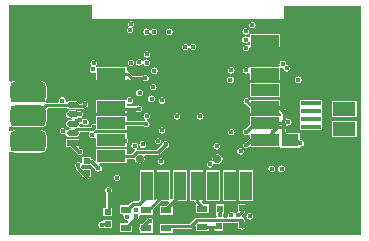
<source format=gbl>
G04*
G04 #@! TF.GenerationSoftware,Altium Limited,Altium Designer,18.0.9 (584)*
G04*
G04 Layer_Physical_Order=4*
G04 Layer_Color=16711680*
%FSLAX44Y44*%
%MOMM*%
G71*
G01*
G75*
%ADD15C,0.1500*%
G04:AMPARAMS|DCode=46|XSize=0.32mm|YSize=0.36mm|CornerRadius=0.08mm|HoleSize=0mm|Usage=FLASHONLY|Rotation=0.000|XOffset=0mm|YOffset=0mm|HoleType=Round|Shape=RoundedRectangle|*
%AMROUNDEDRECTD46*
21,1,0.3200,0.2000,0,0,0.0*
21,1,0.1600,0.3600,0,0,0.0*
1,1,0.1600,0.0800,-0.1000*
1,1,0.1600,-0.0800,-0.1000*
1,1,0.1600,-0.0800,0.1000*
1,1,0.1600,0.0800,0.1000*
%
%ADD46ROUNDEDRECTD46*%
%ADD59R,0.6096X0.5080*%
%ADD60R,0.5080X0.6096*%
%ADD67C,0.2540*%
G04:AMPARAMS|DCode=68|XSize=0.7mm|YSize=0.7mm|CornerRadius=0.35mm|HoleSize=0mm|Usage=FLASHONLY|Rotation=90.000|XOffset=0mm|YOffset=0mm|HoleType=Round|Shape=RoundedRectangle|*
%AMROUNDEDRECTD68*
21,1,0.7000,0.0000,0,0,90.0*
21,1,0.0000,0.7000,0,0,90.0*
1,1,0.7000,0.0000,0.0000*
1,1,0.7000,0.0000,0.0000*
1,1,0.7000,0.0000,0.0000*
1,1,0.7000,0.0000,0.0000*
%
%ADD68ROUNDEDRECTD68*%
%ADD69C,0.4000*%
G04:AMPARAMS|DCode=70|XSize=3.048mm|YSize=1.778mm|CornerRadius=0.4445mm|HoleSize=0mm|Usage=FLASHONLY|Rotation=0.000|XOffset=0mm|YOffset=0mm|HoleType=Round|Shape=RoundedRectangle|*
%AMROUNDEDRECTD70*
21,1,3.0480,0.8890,0,0,0.0*
21,1,2.1590,1.7780,0,0,0.0*
1,1,0.8890,1.0795,-0.4445*
1,1,0.8890,-1.0795,-0.4445*
1,1,0.8890,-1.0795,0.4445*
1,1,0.8890,1.0795,0.4445*
%
%ADD70ROUNDEDRECTD70*%
%ADD71C,0.7600*%
%ADD72C,1.5240*%
%ADD73C,6.0000*%
%ADD74R,1.7018X0.4572*%
%ADD75R,2.1082X1.4986*%
%ADD76R,1.9050X2.3876*%
%ADD77R,1.9050X1.1938*%
%ADD78R,1.0000X2.4500*%
%ADD79R,2.4500X1.0000*%
%ADD80R,0.9144X0.6096*%
%ADD81R,1.4000X1.1000*%
%ADD82R,1.5000X1.0000*%
%ADD83R,1.0000X0.5000*%
G04:AMPARAMS|DCode=84|XSize=0.5mm|YSize=1mm|CornerRadius=0.25mm|HoleSize=0mm|Usage=FLASHONLY|Rotation=270.000|XOffset=0mm|YOffset=0mm|HoleType=Round|Shape=RoundedRectangle|*
%AMROUNDEDRECTD84*
21,1,0.5000,0.5000,0,0,270.0*
21,1,0.0000,1.0000,0,0,270.0*
1,1,0.5000,-0.2500,0.0000*
1,1,0.5000,-0.2500,0.0000*
1,1,0.5000,0.2500,0.0000*
1,1,0.5000,0.2500,0.0000*
%
%ADD84ROUNDEDRECTD84*%
%ADD85R,1.5000X1.2000*%
G36*
X178134Y594500D02*
X178534Y593534D01*
X179500Y593134D01*
X339750D01*
X340716Y593534D01*
X341116Y594500D01*
Y603821D01*
X405634D01*
Y409866D01*
X108366D01*
Y480244D01*
X108444Y480315D01*
X109636Y480807D01*
X110172Y480448D01*
X110678Y480348D01*
X111123Y480050D01*
X113155Y479646D01*
X134745D01*
X136777Y480050D01*
X137222Y480348D01*
X137728Y480448D01*
X138641Y481059D01*
X139252Y481972D01*
X139352Y482478D01*
X139650Y482923D01*
X140054Y484955D01*
Y493845D01*
X139650Y495877D01*
X139352Y496322D01*
X139252Y496828D01*
X138641Y497741D01*
X137728Y498352D01*
X137222Y498452D01*
X136777Y498750D01*
X134745Y499154D01*
X113155D01*
X111123Y498750D01*
X110678Y498452D01*
X110172Y498352D01*
X109636Y497993D01*
X108444Y498485D01*
X108366Y498556D01*
Y501744D01*
X108444Y501815D01*
X109636Y502307D01*
X110172Y501948D01*
X110678Y501848D01*
X111123Y501550D01*
X113155Y501146D01*
X134745D01*
X136777Y501550D01*
X137222Y501848D01*
X137728Y501948D01*
X138641Y502559D01*
X139252Y503472D01*
X139352Y503978D01*
X139650Y504423D01*
X140054Y506455D01*
Y515345D01*
X139785Y516696D01*
X140745Y517816D01*
X157169D01*
X158125Y517177D01*
X159398Y516924D01*
X164398D01*
X165671Y517177D01*
X165673Y517178D01*
X170750D01*
X170750Y517178D01*
X171543Y517336D01*
X172215Y517785D01*
X172392Y517962D01*
X173328Y518148D01*
X174241Y518759D01*
X174852Y519672D01*
X175066Y520750D01*
X174852Y521828D01*
X174241Y522741D01*
X173328Y523352D01*
X172250Y523566D01*
X171172Y523352D01*
X170259Y522741D01*
X169648Y521828D01*
X169548Y521322D01*
X167511D01*
X167471Y521522D01*
X166750Y522601D01*
X165671Y523322D01*
X164398Y523576D01*
X159398D01*
X158125Y523322D01*
X157326Y522788D01*
X156914Y522847D01*
X155896Y523920D01*
X155682Y524998D01*
X155071Y525911D01*
X154158Y526522D01*
X153080Y526736D01*
X152002Y526522D01*
X151089Y525911D01*
X150478Y524998D01*
X150264Y523920D01*
X150401Y523230D01*
X149657Y521960D01*
X139519D01*
X139061Y522505D01*
X138790Y523156D01*
X139002Y523472D01*
X139102Y523978D01*
X139400Y524423D01*
X139804Y526455D01*
Y535345D01*
X139400Y537377D01*
X139102Y537822D01*
X139002Y538328D01*
X138391Y539241D01*
X137478Y539852D01*
X136972Y539953D01*
X136527Y540250D01*
X134495Y540654D01*
X112905D01*
X110873Y540250D01*
X110428Y539952D01*
X109922Y539852D01*
X109636Y539660D01*
X108366Y540339D01*
Y604446D01*
X178134D01*
Y594500D01*
D02*
G37*
%LPC*%
G36*
X314000Y590566D02*
X312922Y590352D01*
X312009Y589741D01*
X311398Y588828D01*
X311184Y587750D01*
X311398Y586672D01*
X312009Y585759D01*
X312922Y585148D01*
X314000Y584934D01*
X315078Y585148D01*
X315991Y585759D01*
X316602Y586672D01*
X316816Y587750D01*
X316602Y588828D01*
X315991Y589741D01*
X315078Y590352D01*
X314000Y590566D01*
D02*
G37*
G36*
X230750Y585066D02*
X229672Y584852D01*
X228759Y584241D01*
X228337Y583610D01*
X228039Y583531D01*
X227317Y583520D01*
X226926Y583610D01*
X226528Y584205D01*
X225614Y584815D01*
X224537Y585029D01*
X223459Y584815D01*
X222545Y584205D01*
X221935Y583291D01*
X221721Y582213D01*
X221935Y581136D01*
X222545Y580222D01*
X223459Y579612D01*
X224537Y579397D01*
X225614Y579612D01*
X226528Y580222D01*
X226950Y580854D01*
X227248Y580933D01*
X227970Y580944D01*
X228361Y580854D01*
X228759Y580259D01*
X229672Y579648D01*
X230750Y579434D01*
X231828Y579648D01*
X232741Y580259D01*
X233352Y581172D01*
X233566Y582250D01*
X233352Y583328D01*
X232741Y584241D01*
X231828Y584852D01*
X230750Y585066D01*
D02*
G37*
G36*
X211250Y591566D02*
X210172Y591352D01*
X209259Y590741D01*
X208648Y589828D01*
X208434Y588750D01*
X208648Y587672D01*
X208961Y587205D01*
X209198Y586637D01*
X208689Y585612D01*
X208509Y585491D01*
X207898Y584578D01*
X207684Y583500D01*
X207898Y582422D01*
X208509Y581509D01*
X209422Y580898D01*
X210500Y580684D01*
X211578Y580898D01*
X212491Y581509D01*
X213102Y582422D01*
X213316Y583500D01*
X213102Y584578D01*
X212789Y585046D01*
X212552Y585613D01*
X213061Y586638D01*
X213241Y586759D01*
X213852Y587672D01*
X214066Y588750D01*
X213852Y589828D01*
X213241Y590741D01*
X212328Y591352D01*
X211250Y591566D01*
D02*
G37*
G36*
X243750Y585066D02*
X242672Y584852D01*
X241759Y584241D01*
X241148Y583328D01*
X240934Y582250D01*
X241148Y581172D01*
X241759Y580259D01*
X242672Y579648D01*
X243750Y579434D01*
X244828Y579648D01*
X245741Y580259D01*
X246352Y581172D01*
X246566Y582250D01*
X246352Y583328D01*
X245741Y584241D01*
X244828Y584852D01*
X243750Y585066D01*
D02*
G37*
G36*
X308428Y585388D02*
X307350Y585174D01*
X306437Y584563D01*
X305826Y583650D01*
X305612Y582572D01*
X305826Y581494D01*
X306437Y580581D01*
X307350Y579970D01*
X308428Y579756D01*
X309506Y579970D01*
X310239Y580460D01*
X310419Y580581D01*
X310621Y580637D01*
X311738Y579874D01*
X311738Y579310D01*
Y577588D01*
X310468Y577203D01*
X310256Y577519D01*
X309343Y578130D01*
X308265Y578344D01*
X307187Y578130D01*
X306274Y577519D01*
X305663Y576606D01*
X305449Y575528D01*
X305663Y574450D01*
X306274Y573537D01*
X307187Y572926D01*
X308265Y572712D01*
X309343Y572926D01*
X310256Y573537D01*
X310468Y573853D01*
X311738Y573468D01*
Y571236D01*
X311428Y571005D01*
X310468Y570674D01*
X309828Y571102D01*
X308750Y571316D01*
X307672Y571102D01*
X306759Y570491D01*
X306148Y569578D01*
X305934Y568500D01*
X306148Y567422D01*
X306759Y566509D01*
X307672Y565898D01*
X308750Y565684D01*
X309828Y565898D01*
X310741Y566509D01*
X311352Y567422D01*
X311436Y567843D01*
X311614Y568520D01*
X312764Y568988D01*
X337762D01*
Y580512D01*
X312946D01*
X312075Y580512D01*
X311867Y580550D01*
X311041Y581468D01*
X311040Y581471D01*
X311107Y581881D01*
X311030Y581494D01*
X311040Y581471D01*
X311030Y581494D01*
X311132Y582008D01*
X311244Y582572D01*
X311030Y583650D01*
X310419Y584563D01*
X309506Y585174D01*
X308428Y585388D01*
D02*
G37*
G36*
X263750Y572316D02*
X262672Y572102D01*
X261759Y571491D01*
X261148Y570578D01*
X261123Y570449D01*
X260060Y570348D01*
X259815Y570383D01*
X259241Y571241D01*
X258328Y571852D01*
X257250Y572066D01*
X256172Y571852D01*
X255259Y571241D01*
X254648Y570328D01*
X254434Y569250D01*
X254648Y568172D01*
X255259Y567259D01*
X256172Y566648D01*
X257250Y566434D01*
X258328Y566648D01*
X259241Y567259D01*
X259852Y568172D01*
X259877Y568301D01*
X260940Y568402D01*
X261185Y568367D01*
X261759Y567509D01*
X262672Y566898D01*
X263750Y566684D01*
X264828Y566898D01*
X265741Y567509D01*
X266352Y568422D01*
X266566Y569500D01*
X266352Y570578D01*
X265741Y571491D01*
X264828Y572102D01*
X263750Y572316D01*
D02*
G37*
G36*
X224750Y565816D02*
X223672Y565602D01*
X222759Y564991D01*
X222148Y564078D01*
X221934Y563000D01*
X222148Y561922D01*
X222759Y561009D01*
X223672Y560398D01*
X224750Y560184D01*
X225828Y560398D01*
X226741Y561009D01*
X227352Y561922D01*
X227566Y563000D01*
X227352Y564078D01*
X226741Y564991D01*
X225828Y565602D01*
X224750Y565816D01*
D02*
G37*
G36*
X218250Y559066D02*
X217172Y558852D01*
X216259Y558241D01*
X215648Y557328D01*
X215434Y556250D01*
X215648Y555172D01*
X216259Y554259D01*
X217172Y553648D01*
X218250Y553434D01*
X219328Y553648D01*
X220241Y554259D01*
X220622Y554828D01*
X221300Y554878D01*
X221872Y554818D01*
X221997Y554774D01*
X222509Y554009D01*
X223422Y553398D01*
X224500Y553184D01*
X225578Y553398D01*
X226491Y554009D01*
X227102Y554922D01*
X227316Y556000D01*
X227102Y557078D01*
X226491Y557991D01*
X225578Y558602D01*
X224500Y558816D01*
X223422Y558602D01*
X222509Y557991D01*
X222128Y557421D01*
X221450Y557372D01*
X220878Y557432D01*
X220753Y557476D01*
X220241Y558241D01*
X219328Y558852D01*
X218250Y559066D01*
D02*
G37*
G36*
X211250Y558816D02*
X210172Y558602D01*
X209259Y557991D01*
X208648Y557078D01*
X208434Y556000D01*
X208648Y554922D01*
X209259Y554009D01*
X210172Y553398D01*
X211250Y553184D01*
X212328Y553398D01*
X213241Y554009D01*
X213852Y554922D01*
X214066Y556000D01*
X213852Y557078D01*
X213241Y557991D01*
X212328Y558602D01*
X211250Y558816D01*
D02*
G37*
G36*
X339762Y557802D02*
X338684Y557588D01*
X337771Y556977D01*
X337160Y556064D01*
X336946Y554986D01*
X337160Y553908D01*
X337245Y553782D01*
X336566Y552512D01*
X311738D01*
Y552237D01*
X311428Y552005D01*
X310468Y551674D01*
X309828Y552102D01*
X308750Y552316D01*
X307672Y552102D01*
X306759Y551491D01*
X306148Y550578D01*
X305934Y549500D01*
X306148Y548422D01*
X306759Y547509D01*
X307672Y546898D01*
X308750Y546684D01*
X309828Y546898D01*
X310468Y547326D01*
X311428Y546995D01*
X311738Y546763D01*
Y540988D01*
X337762D01*
Y551473D01*
X338041Y551749D01*
X339032Y552315D01*
X339762Y552170D01*
X340276Y551656D01*
X340201Y551277D01*
X340415Y550199D01*
X341026Y549286D01*
X341939Y548675D01*
X343017Y548461D01*
X344094Y548675D01*
X345008Y549286D01*
X345619Y550199D01*
X345833Y551277D01*
X345619Y552355D01*
X345008Y553268D01*
X344094Y553879D01*
X343017Y554093D01*
X342503Y554607D01*
X342578Y554986D01*
X342364Y556064D01*
X341753Y556977D01*
X340840Y557588D01*
X339762Y557802D01*
D02*
G37*
G36*
X296250Y552316D02*
X295172Y552102D01*
X294259Y551491D01*
X293648Y550578D01*
X293434Y549500D01*
X293648Y548422D01*
X294259Y547509D01*
X295172Y546898D01*
X296250Y546684D01*
X297328Y546898D01*
X298241Y547509D01*
X298852Y548422D01*
X299066Y549500D01*
X298852Y550578D01*
X298241Y551491D01*
X297328Y552102D01*
X296250Y552316D01*
D02*
G37*
G36*
X231000Y552066D02*
X229922Y551852D01*
X229009Y551241D01*
X228398Y550328D01*
X228184Y549250D01*
X228398Y548172D01*
X229009Y547259D01*
X229922Y546648D01*
X231000Y546434D01*
X232078Y546648D01*
X232991Y547259D01*
X233602Y548172D01*
X233816Y549250D01*
X233602Y550328D01*
X232991Y551241D01*
X232078Y551852D01*
X231000Y552066D01*
D02*
G37*
G36*
X179729Y558623D02*
X178651Y558409D01*
X177738Y557798D01*
X177127Y556885D01*
X176913Y555807D01*
X177127Y554729D01*
X177652Y553945D01*
X177732Y553776D01*
X177533Y552425D01*
X177259Y552241D01*
X176648Y551328D01*
X176434Y550250D01*
X176648Y549172D01*
X177259Y548259D01*
X178172Y547648D01*
X179250Y547434D01*
X180328Y547648D01*
X180468Y547742D01*
X181738Y547063D01*
Y540988D01*
X207762D01*
Y542649D01*
X208935Y543135D01*
X210508Y541562D01*
X210508Y541562D01*
X211181Y541112D01*
X211973Y540955D01*
X211974Y540955D01*
X221640D01*
X222433Y540425D01*
X223511Y540210D01*
X224589Y540425D01*
X225502Y541035D01*
X226113Y541949D01*
X226327Y543027D01*
X226113Y544104D01*
X225502Y545018D01*
X224589Y545628D01*
X223511Y545843D01*
X222433Y545628D01*
X221640Y545098D01*
X212832D01*
X209715Y548215D01*
X209043Y548664D01*
X208250Y548822D01*
X207762Y549907D01*
Y552512D01*
X182055D01*
X181558Y553707D01*
X181720Y553816D01*
X182331Y554729D01*
X182545Y555807D01*
X182331Y556885D01*
X181720Y557798D01*
X180807Y558409D01*
X179729Y558623D01*
D02*
G37*
G36*
X353017Y544342D02*
X351940Y544128D01*
X351026Y543518D01*
X350415Y542604D01*
X350201Y541526D01*
X350415Y540449D01*
X351026Y539535D01*
X351940Y538925D01*
X353017Y538710D01*
X354095Y538925D01*
X355009Y539535D01*
X355619Y540449D01*
X355833Y541526D01*
X355619Y542604D01*
X355009Y543518D01*
X354095Y544128D01*
X353017Y544342D01*
D02*
G37*
G36*
X295500Y544252D02*
X294422Y544038D01*
X293509Y543427D01*
X292898Y542514D01*
X292684Y541436D01*
X292898Y540358D01*
X293509Y539445D01*
X294422Y538834D01*
X295500Y538620D01*
X296578Y538834D01*
X297491Y539445D01*
X298102Y540358D01*
X298316Y541436D01*
X298102Y542514D01*
X297491Y543427D01*
X296578Y544038D01*
X295500Y544252D01*
D02*
G37*
G36*
X230261Y538092D02*
X229184Y537878D01*
X228270Y537267D01*
X227659Y536354D01*
X227445Y535276D01*
X227659Y534198D01*
X228270Y533285D01*
X229184Y532674D01*
X230261Y532460D01*
X231339Y532674D01*
X232253Y533285D01*
X232863Y534198D01*
X233077Y535276D01*
X232863Y536354D01*
X232253Y537267D01*
X231339Y537878D01*
X230261Y538092D01*
D02*
G37*
G36*
X218500Y533316D02*
X217422Y533102D01*
X216509Y532491D01*
X215898Y531578D01*
X215684Y530500D01*
X215898Y529422D01*
X216509Y528509D01*
X217422Y527898D01*
X218500Y527684D01*
X219578Y527898D01*
X220491Y528509D01*
X221102Y529422D01*
X221316Y530500D01*
X221102Y531578D01*
X220491Y532491D01*
X219578Y533102D01*
X218500Y533316D01*
D02*
G37*
G36*
X337762Y538512D02*
X311738D01*
Y526988D01*
X337762D01*
Y538512D01*
D02*
G37*
G36*
X228702Y528380D02*
X227624Y528166D01*
X226710Y527555D01*
X226100Y526642D01*
X225886Y525564D01*
X226100Y524486D01*
X226710Y523573D01*
X227624Y522962D01*
X228702Y522748D01*
X229779Y522962D01*
X230693Y523573D01*
X231303Y524486D01*
X231518Y525564D01*
X231303Y526642D01*
X230693Y527555D01*
X229779Y528166D01*
X228702Y528380D01*
D02*
G37*
G36*
X237500Y526816D02*
X236422Y526602D01*
X235509Y525991D01*
X234898Y525078D01*
X234684Y524000D01*
X234898Y522922D01*
X235509Y522009D01*
X236422Y521398D01*
X237500Y521184D01*
X238578Y521398D01*
X239491Y522009D01*
X240102Y522922D01*
X240316Y524000D01*
X240102Y525078D01*
X239491Y525991D01*
X238578Y526602D01*
X237500Y526816D01*
D02*
G37*
G36*
X210250D02*
X209172Y526602D01*
X208259Y525991D01*
X207648Y525078D01*
X207536Y524512D01*
X181738D01*
Y512988D01*
X207762D01*
Y514928D01*
X215879D01*
X216672Y514398D01*
X217750Y514184D01*
X218828Y514398D01*
X219741Y515009D01*
X220352Y515922D01*
X220566Y517000D01*
X220352Y518078D01*
X219741Y518991D01*
X218828Y519602D01*
X217750Y519816D01*
X216672Y519602D01*
X215879Y519072D01*
X207762D01*
Y520813D01*
X209032Y521492D01*
X209172Y521398D01*
X210250Y521184D01*
X211328Y521398D01*
X212241Y522009D01*
X212852Y522922D01*
X213066Y524000D01*
X212852Y525078D01*
X212241Y525991D01*
X211328Y526602D01*
X210250Y526816D01*
D02*
G37*
G36*
X402287Y523488D02*
X381713D01*
Y510026D01*
X402287D01*
Y523488D01*
D02*
G37*
G36*
X270000Y513316D02*
X268922Y513102D01*
X268009Y512491D01*
X267398Y511578D01*
X267184Y510500D01*
X267398Y509422D01*
X268009Y508509D01*
X268922Y507898D01*
X270000Y507684D01*
X271078Y507898D01*
X271991Y508509D01*
X272602Y509422D01*
X272816Y510500D01*
X272602Y511578D01*
X271991Y512491D01*
X271078Y513102D01*
X270000Y513316D01*
D02*
G37*
G36*
X250250Y513316D02*
X249172Y513102D01*
X248259Y512491D01*
X247648Y511578D01*
X247434Y510500D01*
X247648Y509422D01*
X248259Y508509D01*
X249172Y507898D01*
X250250Y507684D01*
X251328Y507898D01*
X252241Y508509D01*
X252852Y509422D01*
X253066Y510500D01*
X252852Y511578D01*
X252241Y512491D01*
X251328Y513102D01*
X250250Y513316D01*
D02*
G37*
G36*
X309250Y526066D02*
X308172Y525852D01*
X307259Y525241D01*
X306648Y524328D01*
X306434Y523250D01*
X306648Y522172D01*
X307259Y521259D01*
X308172Y520648D01*
X309108Y520462D01*
X311738Y517832D01*
Y512988D01*
X337762D01*
X338378Y511973D01*
Y511527D01*
X337762Y510512D01*
X311738D01*
Y503418D01*
X308608Y500288D01*
X307672Y500102D01*
X306759Y499491D01*
X306148Y498578D01*
X305934Y497500D01*
X306148Y496422D01*
X306759Y495509D01*
X307672Y494898D01*
X308750Y494684D01*
X309828Y494898D01*
X310468Y495326D01*
X311428Y494995D01*
X311738Y494763D01*
Y492168D01*
X308608Y489038D01*
X307672Y488852D01*
X306759Y488241D01*
X306148Y487328D01*
X305934Y486250D01*
X306148Y485172D01*
X306759Y484259D01*
X307672Y483648D01*
X308750Y483434D01*
X309828Y483648D01*
X310741Y484259D01*
X310759Y484285D01*
X311738Y484988D01*
X337762D01*
X338488Y484019D01*
Y483988D01*
X354012D01*
Y484328D01*
X354750Y484934D01*
X355828Y485148D01*
X356741Y485759D01*
X357352Y486672D01*
X357566Y487750D01*
X357352Y488828D01*
X356741Y489741D01*
X355828Y490352D01*
X354750Y490566D01*
X354012Y491172D01*
Y496512D01*
X342918D01*
X342383Y497048D01*
X342364Y497141D01*
X342290Y497252D01*
Y499066D01*
X342376Y499124D01*
X342721Y499641D01*
X342842Y500250D01*
Y502126D01*
X342900Y502236D01*
X343077Y502426D01*
X343969Y503098D01*
X344482Y502996D01*
X345560Y503210D01*
X346473Y503821D01*
X347084Y504734D01*
X347298Y505812D01*
X347084Y506890D01*
X346473Y507803D01*
X345560Y508414D01*
X344482Y508628D01*
X343792Y508491D01*
X342522Y509235D01*
Y512592D01*
X342721Y512891D01*
X342842Y513500D01*
Y515500D01*
X342721Y516110D01*
X342376Y516626D01*
X341859Y516972D01*
X341250Y517093D01*
X340787D01*
X337762Y520118D01*
Y524512D01*
X311738D01*
X311738Y524512D01*
Y524512D01*
X311429Y524966D01*
X311241Y525241D01*
X310935Y525446D01*
X310328Y525852D01*
X309250Y526066D01*
D02*
G37*
G36*
X164398Y515576D02*
X159398D01*
X158125Y515322D01*
X157046Y514601D01*
X156326Y513522D01*
X156072Y512250D01*
X156326Y510977D01*
X157046Y509898D01*
X158125Y509177D01*
X159398Y508924D01*
X160403D01*
X161082Y507654D01*
X161030Y507576D01*
X159398D01*
X158125Y507322D01*
X157046Y506601D01*
X156326Y505522D01*
X156072Y504250D01*
X156326Y502977D01*
X157046Y501898D01*
X158125Y501177D01*
X159398Y500924D01*
X160540D01*
X161219Y499654D01*
X161166Y499576D01*
X159398D01*
X158125Y499322D01*
X157540Y498931D01*
X156372Y499203D01*
X156192Y499298D01*
X156095Y499377D01*
X155571Y500162D01*
X154658Y500772D01*
X153580Y500986D01*
X152502Y500772D01*
X151589Y500162D01*
X150978Y499248D01*
X150764Y498170D01*
X150978Y497093D01*
X151589Y496179D01*
X152502Y495569D01*
X153580Y495354D01*
X154658Y495569D01*
X154883Y495719D01*
X156292Y495145D01*
X156325Y494977D01*
X157046Y493898D01*
X158125Y493177D01*
X159398Y492924D01*
X164398D01*
X165671Y493177D01*
X166750Y493898D01*
X167470Y494977D01*
X167724Y496250D01*
X167685Y496446D01*
X168490Y497428D01*
X175440D01*
X176119Y496158D01*
X175898Y495828D01*
X175684Y494750D01*
X175898Y493672D01*
X176509Y492759D01*
X177422Y492148D01*
X178500Y491934D01*
X179578Y492148D01*
X180491Y492759D01*
X181738Y492339D01*
Y484988D01*
X207762D01*
Y487688D01*
X208241Y488009D01*
X208852Y488922D01*
X209066Y490000D01*
X208852Y491078D01*
X208241Y491991D01*
X207762Y492312D01*
Y496512D01*
X182162D01*
X181738Y496512D01*
X180536Y496675D01*
X180491Y496741D01*
X180093Y497007D01*
X180033Y497093D01*
X179845Y498406D01*
X179880Y498546D01*
X180816Y498732D01*
X181738Y498988D01*
X181738Y498988D01*
Y498988D01*
X181738Y498988D01*
X207762D01*
Y502678D01*
X221811D01*
X222259Y502009D01*
X223172Y501398D01*
X224250Y501184D01*
X225328Y501398D01*
X226241Y502009D01*
X226852Y502922D01*
X227066Y504000D01*
X226852Y505078D01*
X226241Y505991D01*
X225328Y506602D01*
X224820Y506703D01*
Y507998D01*
X225578Y508148D01*
X226491Y508759D01*
X227102Y509672D01*
X227316Y510750D01*
X227102Y511828D01*
X226491Y512741D01*
X225578Y513352D01*
X224500Y513566D01*
X223422Y513352D01*
X222509Y512741D01*
X221898Y511828D01*
X221684Y510750D01*
X221898Y509672D01*
X222509Y508759D01*
X222765Y508587D01*
X222926Y507051D01*
X222660Y506822D01*
X207762D01*
Y510512D01*
X181738D01*
Y504847D01*
X181459Y504571D01*
X180468Y504005D01*
X179738Y504150D01*
X178661Y503936D01*
X177747Y503325D01*
X177136Y502412D01*
X176969Y501572D01*
X168060D01*
X167381Y502842D01*
X167471Y502977D01*
X167724Y504250D01*
X168836Y504673D01*
X168851Y504683D01*
X170148Y504672D01*
X170759Y503759D01*
X171672Y503148D01*
X172750Y502934D01*
X173828Y503148D01*
X174741Y503759D01*
X175352Y504672D01*
X175566Y505750D01*
X175352Y506828D01*
X174741Y507741D01*
X173828Y508352D01*
X172750Y508566D01*
X171672Y508352D01*
X171657Y508341D01*
X170360Y508353D01*
X169825Y509153D01*
X169750Y509266D01*
X169741Y510509D01*
X169822Y510629D01*
X170352Y511422D01*
X170566Y512500D01*
X170352Y513578D01*
X169741Y514491D01*
X168828Y515102D01*
X167750Y515316D01*
X166672Y515102D01*
X166337Y514878D01*
X165671Y515322D01*
X164398Y515576D01*
D02*
G37*
G36*
X373077Y524631D02*
X354535D01*
Y519297D01*
X354535Y518535D01*
X354535Y517265D01*
Y512693D01*
X354535Y511931D01*
X354535Y510661D01*
Y506193D01*
X354535Y505327D01*
X354535Y504057D01*
Y498827D01*
X373077D01*
Y504057D01*
X373077Y504923D01*
X373077Y506193D01*
Y510661D01*
X373077Y511423D01*
X373077Y512693D01*
Y517265D01*
X373077Y518027D01*
X373077Y519297D01*
Y524631D01*
D02*
G37*
G36*
X237500Y501496D02*
X236422Y501282D01*
X235509Y500671D01*
X234898Y499757D01*
X234684Y498680D01*
X234898Y497602D01*
X235509Y496688D01*
X236422Y496078D01*
X237500Y495864D01*
X238578Y496078D01*
X239491Y496688D01*
X240102Y497602D01*
X240316Y498680D01*
X240102Y499757D01*
X239491Y500671D01*
X238578Y501282D01*
X237500Y501496D01*
D02*
G37*
G36*
X296250Y500066D02*
X295172Y499852D01*
X294259Y499241D01*
X293648Y498328D01*
X293434Y497250D01*
X293648Y496172D01*
X294259Y495259D01*
X295172Y494648D01*
X296250Y494434D01*
X297328Y494648D01*
X298241Y495259D01*
X298852Y496172D01*
X299066Y497250D01*
X298852Y498328D01*
X298241Y499241D01*
X297328Y499852D01*
X296250Y500066D01*
D02*
G37*
G36*
X402287Y506731D02*
X381713D01*
Y493269D01*
X402287D01*
Y506731D01*
D02*
G37*
G36*
X234250Y492566D02*
X233172Y492352D01*
X232259Y491741D01*
X231648Y490828D01*
X231434Y489750D01*
X231648Y488672D01*
X232259Y487759D01*
X233172Y487148D01*
X234250Y486934D01*
X235328Y487148D01*
X236241Y487759D01*
X236852Y488672D01*
X237066Y489750D01*
X236852Y490828D01*
X236241Y491741D01*
X235328Y492352D01*
X234250Y492566D01*
D02*
G37*
G36*
X221250Y489566D02*
X220172Y489352D01*
X219259Y488741D01*
X218648Y487828D01*
X218434Y486750D01*
X218648Y485672D01*
X219259Y484759D01*
X220172Y484148D01*
X221250Y483934D01*
X222328Y484148D01*
X223241Y484759D01*
X223852Y485672D01*
X224066Y486750D01*
X223852Y487828D01*
X223241Y488741D01*
X222328Y489352D01*
X221250Y489566D01*
D02*
G37*
G36*
X283750Y488066D02*
X282672Y487852D01*
X281759Y487241D01*
X281148Y486328D01*
X280934Y485250D01*
X281148Y484172D01*
X281759Y483259D01*
X282672Y482648D01*
X283750Y482434D01*
X284828Y482648D01*
X285741Y483259D01*
X286352Y484172D01*
X286566Y485250D01*
X286352Y486328D01*
X285741Y487241D01*
X284828Y487852D01*
X283750Y488066D01*
D02*
G37*
G36*
X240500Y489566D02*
X239422Y489352D01*
X238509Y488741D01*
X237898Y487828D01*
X237712Y486892D01*
X233174Y482354D01*
X216650D01*
X216265Y483624D01*
X216502Y483782D01*
X217112Y484696D01*
X217327Y485774D01*
X217112Y486851D01*
X216502Y487765D01*
X215588Y488376D01*
X214510Y488590D01*
X213433Y488376D01*
X212519Y487765D01*
X211909Y486851D01*
X211694Y485774D01*
X211909Y484696D01*
X212519Y483782D01*
X213433Y483172D01*
X214324Y482995D01*
X214627Y482354D01*
X214711Y481914D01*
X214716Y481720D01*
X211818Y478822D01*
X207762D01*
Y482512D01*
X181738D01*
Y473101D01*
X180565Y472615D01*
X178885Y474295D01*
X178213Y474744D01*
X177810Y474824D01*
Y476132D01*
X170190D01*
Y471394D01*
X168920Y471009D01*
X168749Y471264D01*
X167836Y471875D01*
X166758Y472089D01*
X165681Y471875D01*
X164767Y471264D01*
X164156Y470351D01*
X163942Y469273D01*
X164156Y468195D01*
X164686Y467402D01*
Y466742D01*
X164686Y466742D01*
X164844Y465949D01*
X165293Y465277D01*
X170190Y460380D01*
Y459448D01*
X171122D01*
X172535Y458035D01*
X172535Y458035D01*
X173207Y457586D01*
X174000Y457428D01*
X174793Y457586D01*
X175465Y458035D01*
X175914Y458707D01*
X176062Y459448D01*
X177810D01*
Y466052D01*
X170378D01*
X168909Y467521D01*
X169360Y468195D01*
X169435Y468571D01*
X170069Y469374D01*
X170818Y469528D01*
X177792D01*
X180962Y466358D01*
X181148Y465422D01*
X181759Y464509D01*
X182672Y463898D01*
X183750Y463684D01*
X184828Y463898D01*
X185741Y464509D01*
X186352Y465422D01*
X186566Y466500D01*
X186352Y467578D01*
X185741Y468491D01*
X184828Y469102D01*
X184397Y469187D01*
X184065Y469718D01*
X184769Y470988D01*
X207762D01*
Y474678D01*
X212676D01*
X212676Y474678D01*
X212955Y474734D01*
X214163Y474064D01*
X214327Y473882D01*
X214485Y473087D01*
X215427Y471678D01*
X216837Y470736D01*
X218500Y470405D01*
X220163Y470736D01*
X221573Y471678D01*
X222515Y473087D01*
X222845Y474750D01*
X222515Y476413D01*
X222162Y476940D01*
X222841Y478210D01*
X234032D01*
X234032Y478210D01*
X234825Y478368D01*
X235497Y478817D01*
X240642Y483962D01*
X241578Y484148D01*
X242491Y484759D01*
X243102Y485672D01*
X243316Y486750D01*
X243102Y487828D01*
X242491Y488741D01*
X241578Y489352D01*
X240500Y489566D01*
D02*
G37*
G36*
X304015Y483840D02*
X302937Y483625D01*
X302024Y483015D01*
X301413Y482101D01*
X301199Y481023D01*
X301413Y479946D01*
X302024Y479032D01*
X302937Y478422D01*
X304015Y478207D01*
X305093Y478422D01*
X306006Y479032D01*
X306617Y479946D01*
X306831Y481023D01*
X306617Y482101D01*
X306006Y483015D01*
X305093Y483625D01*
X304015Y483840D01*
D02*
G37*
G36*
X167660Y491512D02*
X156136D01*
Y484988D01*
X159832D01*
X165649Y479171D01*
X166259Y478259D01*
X167172Y477648D01*
X168250Y477434D01*
X169328Y477648D01*
X170241Y478259D01*
X170852Y479172D01*
X171066Y480250D01*
X170852Y481328D01*
X170241Y482241D01*
X169328Y482852D01*
X168250Y483066D01*
X167719Y482961D01*
X166866Y483814D01*
X167352Y484988D01*
X167660D01*
Y491512D01*
D02*
G37*
G36*
X284500Y478596D02*
X282837Y478265D01*
X281427Y477323D01*
X280485Y475913D01*
X280154Y474250D01*
X280309Y473474D01*
X279760Y472986D01*
X279182Y472631D01*
X278250Y472816D01*
X277172Y472602D01*
X276259Y471991D01*
X275648Y471078D01*
X275434Y470000D01*
X275648Y468922D01*
X276259Y468009D01*
X277172Y467398D01*
X278250Y467184D01*
X279328Y467398D01*
X280241Y468009D01*
X280852Y468922D01*
X281066Y470000D01*
X282234Y470638D01*
X282837Y470235D01*
X284500Y469905D01*
X286163Y470235D01*
X287573Y471177D01*
X288515Y472587D01*
X288845Y474250D01*
X288515Y475913D01*
X287573Y477323D01*
X286163Y478265D01*
X284500Y478596D01*
D02*
G37*
G36*
X236750Y475316D02*
X235672Y475102D01*
X234759Y474491D01*
X234148Y473578D01*
X233934Y472500D01*
X234148Y471422D01*
X234759Y470509D01*
X235672Y469898D01*
X236750Y469684D01*
X237828Y469898D01*
X238741Y470509D01*
X239352Y471422D01*
X239566Y472500D01*
X239352Y473578D01*
X238741Y474491D01*
X237828Y475102D01*
X236750Y475316D01*
D02*
G37*
G36*
X338767Y469089D02*
X337689Y468875D01*
X336775Y468264D01*
X336165Y467350D01*
X335950Y466273D01*
X336165Y465195D01*
X336775Y464282D01*
X337689Y463671D01*
X338767Y463457D01*
X339844Y463671D01*
X340758Y464282D01*
X341368Y465195D01*
X341583Y466273D01*
X341368Y467350D01*
X340758Y468264D01*
X339844Y468875D01*
X338767Y469089D01*
D02*
G37*
G36*
X330516D02*
X329439Y468875D01*
X328525Y468264D01*
X327914Y467350D01*
X327700Y466273D01*
X327914Y465195D01*
X328525Y464282D01*
X329439Y463671D01*
X330516Y463457D01*
X331594Y463671D01*
X332507Y464282D01*
X333118Y465195D01*
X333332Y466273D01*
X333118Y467350D01*
X332507Y468264D01*
X331594Y468875D01*
X330516Y469089D01*
D02*
G37*
G36*
X199500Y461316D02*
X198422Y461102D01*
X197509Y460491D01*
X196898Y459578D01*
X196684Y458500D01*
X196898Y457422D01*
X197509Y456509D01*
X198422Y455898D01*
X199500Y455684D01*
X200578Y455898D01*
X201491Y456509D01*
X202102Y457422D01*
X202316Y458500D01*
X202102Y459578D01*
X201491Y460491D01*
X200578Y461102D01*
X199500Y461316D01*
D02*
G37*
G36*
X258512Y464762D02*
X246988D01*
Y441038D01*
X245782Y439832D01*
X244512Y440358D01*
Y464762D01*
X232988D01*
Y440788D01*
X231782Y439582D01*
X230512Y440108D01*
Y464762D01*
X218988D01*
Y440288D01*
X217272Y438572D01*
X213250D01*
X212457Y438414D01*
X211785Y437965D01*
X211785Y437965D01*
X209000Y435180D01*
X201666D01*
Y427560D01*
X204524D01*
X204818Y427240D01*
X205347Y426290D01*
X205194Y425521D01*
X205408Y424443D01*
X206019Y423530D01*
X206933Y422919D01*
X208010Y422705D01*
X209082Y421623D01*
X209113Y421293D01*
X207880Y420060D01*
X201666D01*
Y412440D01*
X212334D01*
Y418654D01*
X216715Y423035D01*
X216715Y423035D01*
X217164Y423707D01*
X217241Y423759D01*
X217852Y424672D01*
X218066Y425750D01*
X217989Y426139D01*
X218041Y426376D01*
X219100Y427060D01*
X220007Y427060D01*
X229584D01*
Y431524D01*
X236798Y438738D01*
X242892D01*
X243418Y437468D01*
X240880Y434930D01*
X235916D01*
Y427310D01*
X246584D01*
Y434774D01*
X250548Y438738D01*
X258512D01*
Y464762D01*
D02*
G37*
G36*
X314512D02*
X302988D01*
Y438738D01*
X314512D01*
Y464762D01*
D02*
G37*
G36*
X300512D02*
X288988D01*
Y438738D01*
X300512D01*
Y464762D01*
D02*
G37*
G36*
X286512D02*
X274988D01*
Y438738D01*
X286512D01*
Y464762D01*
D02*
G37*
G36*
X308222Y436560D02*
X301618D01*
Y429690D01*
X301172Y429602D01*
X300259Y428991D01*
X299900Y428454D01*
X298695Y428310D01*
X298435Y428374D01*
X298229Y428681D01*
X297316Y429292D01*
X296238Y429506D01*
X295160Y429292D01*
X294247Y428681D01*
X293636Y427768D01*
X293422Y426690D01*
X293559Y426000D01*
X292815Y424730D01*
X289699D01*
X289020Y426000D01*
X289022Y426002D01*
X289236Y427080D01*
X289168Y427420D01*
X289722Y428690D01*
X289722D01*
Y436310D01*
X283118D01*
Y428690D01*
X283118D01*
X283671Y427420D01*
X283604Y427080D01*
X283818Y426002D01*
X283820Y426000D01*
X283141Y424730D01*
X266914D01*
X266122Y424572D01*
X265449Y424123D01*
X265449Y424123D01*
X260978Y419652D01*
X246584D01*
Y419810D01*
X235916D01*
Y412190D01*
X246584D01*
Y415508D01*
X261836D01*
X261836Y415508D01*
X262629Y415666D01*
X263301Y416115D01*
X265243Y418056D01*
X266416Y417570D01*
Y413190D01*
X277084D01*
Y414928D01*
X281865D01*
X282377Y414586D01*
X282618Y414538D01*
Y413690D01*
X289222D01*
Y420586D01*
X301618D01*
Y414940D01*
X304471D01*
X304627Y414836D01*
X305420Y414678D01*
X306213Y414836D01*
X306369Y414940D01*
X308222D01*
Y422560D01*
X307492D01*
Y423068D01*
X307334Y423861D01*
X306885Y424533D01*
X306213Y424982D01*
X305805Y425063D01*
X305269Y425546D01*
X304949Y426410D01*
X305038Y426858D01*
X306385Y428205D01*
X306385Y428205D01*
X306834Y428877D01*
X306847Y428940D01*
X308222D01*
Y436560D01*
D02*
G37*
G36*
X272512Y464762D02*
X260988D01*
Y438738D01*
X264754D01*
X264836Y438327D01*
X265285Y437655D01*
X265925Y437015D01*
X266416Y435930D01*
X266416D01*
X266416Y435930D01*
Y428310D01*
X277084D01*
Y435930D01*
X272870D01*
X271235Y437565D01*
X271721Y438738D01*
X272512D01*
Y464762D01*
D02*
G37*
G36*
X192250Y450816D02*
X191172Y450602D01*
X190259Y449991D01*
X189648Y449078D01*
X189434Y448000D01*
X189648Y446922D01*
X190178Y446129D01*
Y432552D01*
X187940D01*
Y425948D01*
X195560D01*
Y432552D01*
X194322D01*
Y446129D01*
X194852Y446922D01*
X195066Y448000D01*
X194852Y449078D01*
X194241Y449991D01*
X193328Y450602D01*
X192250Y450816D01*
D02*
G37*
G36*
X311750Y428816D02*
X310672Y428602D01*
X309759Y427991D01*
X309148Y427078D01*
X308934Y426000D01*
X309148Y424922D01*
X309759Y424009D01*
X310672Y423398D01*
X311750Y423184D01*
X312828Y423398D01*
X313741Y424009D01*
X314352Y424922D01*
X314566Y426000D01*
X314352Y427078D01*
X313741Y427991D01*
X312828Y428602D01*
X311750Y428816D01*
D02*
G37*
G36*
X187940Y422472D02*
X186670Y421532D01*
X186500Y421566D01*
X185422Y421352D01*
X184509Y420741D01*
X183898Y419828D01*
X183684Y418750D01*
X183898Y417672D01*
X184509Y416759D01*
X185422Y416148D01*
X186500Y415934D01*
X186670Y415968D01*
X187940Y415868D01*
X187940Y415868D01*
X187940Y415868D01*
X195560D01*
Y422472D01*
X187940D01*
Y422472D01*
D02*
G37*
G36*
X227511Y424587D02*
X226433Y424372D01*
X225520Y423762D01*
X225505Y423740D01*
X225228Y423685D01*
X224555Y423236D01*
X220880Y419560D01*
X218916D01*
Y417596D01*
X218595Y417275D01*
X218146Y416603D01*
X217988Y415810D01*
X218146Y415017D01*
X218595Y414345D01*
X218916Y414131D01*
Y411940D01*
X229584D01*
Y419560D01*
X230070Y420629D01*
X230113Y420693D01*
X230327Y421771D01*
X230113Y422848D01*
X229502Y423762D01*
X228589Y424372D01*
X227511Y424587D01*
D02*
G37*
%LPD*%
D15*
X363706Y508275D02*
X363806Y508375D01*
X361268Y508275D02*
X363706D01*
D46*
X346050Y501250D02*
D03*
X340450D02*
D03*
X346050Y514500D02*
D03*
X340450D02*
D03*
D59*
X174000Y472830D02*
D03*
Y462750D02*
D03*
X191750Y419170D02*
D03*
X191750Y429250D02*
D03*
D60*
X286420Y432500D02*
D03*
X296500D02*
D03*
X304920Y432750D02*
D03*
X315000D02*
D03*
X285920Y417500D02*
D03*
X296000D02*
D03*
X304920Y418750D02*
D03*
X315000D02*
D03*
D67*
X331750Y497750D02*
X335250Y501250D01*
X324750Y490750D02*
X331125Y497125D01*
X160500Y487250D02*
X167500Y480250D01*
X353500Y487750D02*
X354750D01*
X340450Y496050D02*
X346250Y490250D01*
X340450Y507550D02*
Y514500D01*
X340250Y507350D02*
X340450Y507550D01*
X340250Y504750D02*
Y507350D01*
X303610Y422658D02*
X304020Y423068D01*
X266914Y422658D02*
X303610D01*
X261836Y417580D02*
X266914Y422658D01*
X340218Y496580D02*
Y501018D01*
X340450Y501250D01*
X340218Y496580D02*
X340450Y496348D01*
Y496050D02*
Y496348D01*
X192250Y430251D02*
Y448000D01*
Y430251D02*
X192500Y430000D01*
X191750Y429250D02*
X192500Y430000D01*
X166758Y466742D02*
X174000Y459500D01*
X166758Y466742D02*
Y469273D01*
X215250Y424500D02*
Y425750D01*
X207000Y416250D02*
X215250Y424500D01*
X226021Y421771D02*
X227511D01*
X220060Y415810D02*
X226021Y421771D01*
X213250Y436500D02*
X218130D01*
X208750Y432000D02*
X213250Y436500D01*
X222000Y430500D02*
X225630D01*
X238750Y443620D01*
X218130Y436500D02*
X224750Y443120D01*
X304020Y423068D02*
X305420D01*
Y416750D02*
Y423068D01*
X302250Y427000D02*
X304920Y429670D01*
X363806Y521583D02*
X363889Y521500D01*
X323000Y461500D02*
X324750Y463250D01*
Y476750D01*
X174000Y459500D02*
Y462750D01*
X346250Y490250D02*
X351000D01*
X353500Y487750D01*
X335250Y501250D02*
X340450D01*
X324750Y504750D02*
X340250D01*
X336200Y518750D02*
X340450Y514500D01*
X324750Y518750D02*
X336200D01*
X340250Y504750D02*
X340450Y504550D01*
Y501250D02*
Y504550D01*
X286420Y427080D02*
Y432750D01*
X241580Y417580D02*
X261836D01*
X304920Y429670D02*
Y432750D01*
X241000Y417000D02*
X241580Y417580D01*
X282670Y417000D02*
X283170Y416500D01*
X271750Y417000D02*
X282670D01*
X161898Y496250D02*
X165148Y499500D01*
X177904D01*
X179738Y501334D01*
X161898Y504250D02*
X164923Y507275D01*
X167758D01*
X211973Y543027D02*
X223511D01*
X208250Y546750D02*
X211973Y543027D01*
X266750Y439120D02*
X271750Y434120D01*
X266750Y439120D02*
Y451750D01*
X241000Y432120D02*
X252750Y443870D01*
Y451750D01*
X238750Y443620D02*
Y451750D01*
X224750Y443120D02*
Y451750D01*
X186920Y419170D02*
X191750D01*
X186500Y418750D02*
X186920Y419170D01*
X174000Y472830D02*
X177420D01*
X183750Y466500D01*
X313250Y490750D02*
X324750D01*
X321250Y559750D02*
X321750Y560250D01*
X194750Y490750D02*
X206250D01*
X194750Y546750D02*
X208250D01*
X194750Y476750D02*
X212676D01*
X216208Y480282D01*
X234032D01*
X240500Y486750D01*
X294750Y449286D02*
Y451750D01*
Y449286D02*
X296264Y447772D01*
X223500Y504750D02*
X224250Y504000D01*
X194750Y504750D02*
X223500D01*
X194750Y518750D02*
X196500Y517000D01*
X217750D01*
X160500Y519250D02*
X170750D01*
X136650Y517250D02*
X139288Y519888D01*
X161537D01*
X161898Y520250D01*
X160500Y511250D02*
X161750Y512500D01*
X167750D01*
X167500Y480250D02*
X168250D01*
X170750Y519250D02*
X172250Y520750D01*
X308750Y486250D02*
X313250Y490750D01*
X308750Y497500D02*
X316000Y504750D01*
X324750D01*
X309250Y523250D02*
X313750Y518750D01*
X324750D01*
D68*
X284500Y474250D02*
D03*
X218500Y474750D02*
D03*
D69*
X136400Y537250D02*
D03*
X130050D02*
D03*
X123700Y537250D02*
D03*
X117350D02*
D03*
X111000Y537250D02*
D03*
X111000Y524550D02*
D03*
X117350Y524550D02*
D03*
X123700Y524550D02*
D03*
X130050D02*
D03*
X136400Y524550D02*
D03*
X136400Y530900D02*
D03*
X130050Y530900D02*
D03*
X111000Y530900D02*
D03*
X117350Y530900D02*
D03*
X111250Y504550D02*
D03*
X117600D02*
D03*
X123950Y504550D02*
D03*
X130300D02*
D03*
X136650Y504550D02*
D03*
X136650Y517250D02*
D03*
X130300Y517250D02*
D03*
X123950Y517250D02*
D03*
X117600D02*
D03*
X111250Y517250D02*
D03*
X111250Y510900D02*
D03*
X117600Y510900D02*
D03*
X136650Y510900D02*
D03*
X130300D02*
D03*
X111250Y483050D02*
D03*
X117600D02*
D03*
X123950Y483050D02*
D03*
X130300D02*
D03*
X136650Y483050D02*
D03*
X136650Y495750D02*
D03*
X130300Y495750D02*
D03*
X123950Y495750D02*
D03*
X117600D02*
D03*
X111250Y495750D02*
D03*
X111250Y489400D02*
D03*
X117600Y489400D02*
D03*
X136650Y489400D02*
D03*
X130300D02*
D03*
X330516Y466273D02*
D03*
X338767D02*
D03*
X360750Y482000D02*
D03*
X354750Y487750D02*
D03*
X360750Y488250D02*
D03*
X344482Y505812D02*
D03*
X296238Y426690D02*
D03*
X311750Y426000D02*
D03*
X215750Y431500D02*
D03*
X208010Y425521D02*
D03*
X192250Y448000D02*
D03*
X166758Y469273D02*
D03*
X215250Y425750D02*
D03*
X227511Y421771D02*
D03*
X363750Y532250D02*
D03*
Y538500D02*
D03*
X370000Y532250D02*
D03*
Y538500D02*
D03*
X376250Y532250D02*
D03*
Y538500D02*
D03*
X373250Y488250D02*
D03*
Y482000D02*
D03*
X367000D02*
D03*
Y488250D02*
D03*
X385500Y476250D02*
D03*
Y482500D02*
D03*
Y488750D02*
D03*
X398000D02*
D03*
X391750D02*
D03*
X398000Y482500D02*
D03*
X391750D02*
D03*
Y476250D02*
D03*
X398000D02*
D03*
X391750Y470000D02*
D03*
X398000D02*
D03*
X386000Y540500D02*
D03*
Y534250D02*
D03*
X392250D02*
D03*
X398500Y534000D02*
D03*
X392250Y540500D02*
D03*
X398500Y540250D02*
D03*
X392250Y546750D02*
D03*
X398500D02*
D03*
X302250Y427000D02*
D03*
X182750Y578500D02*
D03*
X339762Y554986D02*
D03*
X343017Y551277D02*
D03*
X363806Y514979D02*
D03*
X361268Y508275D02*
D03*
X353017Y541526D02*
D03*
X363889Y521500D02*
D03*
X308428Y582572D02*
D03*
X308265Y575528D02*
D03*
X308750Y568500D02*
D03*
X323000Y461500D02*
D03*
X199500Y458500D02*
D03*
X278250Y470000D02*
D03*
X283750Y485250D02*
D03*
X218500Y530500D02*
D03*
X224500Y556000D02*
D03*
X224750Y563000D02*
D03*
X218250Y556250D02*
D03*
X308750Y549500D02*
D03*
X296250Y549500D02*
D03*
X295500Y541436D02*
D03*
X283250Y543250D02*
D03*
X277500Y536500D02*
D03*
X331250Y497000D02*
D03*
X309738Y528012D02*
D03*
X210250Y524000D02*
D03*
X286420Y427080D02*
D03*
X179738Y501334D02*
D03*
X167758Y507275D02*
D03*
X223511Y543027D02*
D03*
X178500Y494750D02*
D03*
X186500Y418750D02*
D03*
X183750Y466500D02*
D03*
X304015Y481023D02*
D03*
X327300Y482750D02*
D03*
X324450Y590800D02*
D03*
X321250Y559750D02*
D03*
X320000Y545750D02*
D03*
X234250Y489750D02*
D03*
X237500Y498680D02*
D03*
X206250Y490000D02*
D03*
X214510Y485774D02*
D03*
X236762Y548777D02*
D03*
X230261Y535276D02*
D03*
X228702Y525564D02*
D03*
X231250Y517500D02*
D03*
X231000Y530000D02*
D03*
X245500Y476000D02*
D03*
X237500Y524000D02*
D03*
X240500Y486750D02*
D03*
X296264Y447772D02*
D03*
X221250Y486750D02*
D03*
X308750Y444000D02*
D03*
X201260Y468773D02*
D03*
X224500Y510750D02*
D03*
X224250Y504000D02*
D03*
X217750Y517000D02*
D03*
X179250Y550250D02*
D03*
X153580Y498170D02*
D03*
X150000Y486750D02*
D03*
X168250Y480250D02*
D03*
X153250Y510500D02*
D03*
X158000Y538000D02*
D03*
X210500Y497250D02*
D03*
X189250Y535750D02*
D03*
X202260Y560777D02*
D03*
X250250Y497250D02*
D03*
X270250Y472000D02*
D03*
X290000Y483000D02*
D03*
X289250Y491250D02*
D03*
X282750Y510750D02*
D03*
X276750Y523750D02*
D03*
X276250Y549750D02*
D03*
X263500Y521750D02*
D03*
Y536500D02*
D03*
Y549500D02*
D03*
X250500Y549500D02*
D03*
Y536500D02*
D03*
X250500Y521750D02*
D03*
X250250Y569000D02*
D03*
X172250Y520750D02*
D03*
X179729Y555807D02*
D03*
X210500Y583500D02*
D03*
X167750Y512500D02*
D03*
X211250Y588750D02*
D03*
X153080Y523920D02*
D03*
X172750Y505750D02*
D03*
X314000Y587750D02*
D03*
X308750Y486250D02*
D03*
X296250Y497250D02*
D03*
X308750Y497500D02*
D03*
X309250Y523250D02*
D03*
X263750Y569500D02*
D03*
X257250Y569250D02*
D03*
X211250Y556000D02*
D03*
X231000Y549250D02*
D03*
X236750Y472500D02*
D03*
X250250Y510500D02*
D03*
X270000Y510500D02*
D03*
X224537Y582213D02*
D03*
X230750Y582250D02*
D03*
X243750D02*
D03*
D70*
X123700Y530900D02*
D03*
X123950Y510900D02*
D03*
Y489400D02*
D03*
D71*
X388264Y589660D02*
D03*
X394750Y573500D02*
D03*
X387910Y557486D02*
D03*
X371750Y551000D02*
D03*
X355736Y557840D02*
D03*
X349250Y574000D02*
D03*
X356090Y590014D02*
D03*
X372250Y596500D02*
D03*
X158264Y589660D02*
D03*
X164750Y573500D02*
D03*
X157910Y557486D02*
D03*
X141750Y551000D02*
D03*
X125736Y557840D02*
D03*
X119250Y574000D02*
D03*
X126090Y590014D02*
D03*
X142250Y596500D02*
D03*
Y466250D02*
D03*
X126090Y459763D02*
D03*
X119250Y443750D02*
D03*
X125736Y427590D02*
D03*
X141750Y420750D02*
D03*
X157910Y427236D02*
D03*
X164750Y443250D02*
D03*
X158264Y459410D02*
D03*
X388264D02*
D03*
X394750Y443250D02*
D03*
X387910Y427236D02*
D03*
X371750Y420750D02*
D03*
X355736Y427590D02*
D03*
X349250Y443750D02*
D03*
X356090Y459763D02*
D03*
X372250Y466250D02*
D03*
D72*
X336750Y433000D02*
D03*
X257000Y429250D02*
D03*
X176250Y431000D02*
D03*
D73*
X142000Y573750D02*
D03*
X372000D02*
D03*
X142000Y443500D02*
D03*
X372000D02*
D03*
D74*
X363806Y508375D02*
D03*
Y514979D02*
D03*
Y501875D02*
D03*
Y495375D02*
D03*
Y521583D02*
D03*
D75*
X368886Y533521D02*
D03*
Y483375D02*
D03*
D76*
X392000Y538093D02*
D03*
Y478875D02*
D03*
D77*
Y500000D02*
D03*
Y516757D02*
D03*
D78*
X238750Y451750D02*
D03*
X224750D02*
D03*
X252750D02*
D03*
X266750D02*
D03*
X280750D02*
D03*
X308750D02*
D03*
X294750D02*
D03*
X210750D02*
D03*
D79*
X194750Y504750D02*
D03*
Y490750D02*
D03*
Y518750D02*
D03*
Y532750D02*
D03*
Y546750D02*
D03*
Y574750D02*
D03*
Y560750D02*
D03*
Y476750D02*
D03*
X324750D02*
D03*
Y560750D02*
D03*
Y574750D02*
D03*
Y546750D02*
D03*
Y532750D02*
D03*
Y518750D02*
D03*
Y490750D02*
D03*
Y504750D02*
D03*
D80*
X207000Y416250D02*
D03*
Y431370D02*
D03*
X224250Y415750D02*
D03*
Y430870D02*
D03*
X241250Y416000D02*
D03*
Y431120D02*
D03*
X271750Y417000D02*
D03*
Y432120D02*
D03*
D81*
X346250Y475250D02*
D03*
Y490250D02*
D03*
D82*
X147750Y475250D02*
D03*
D83*
X161898Y488250D02*
D03*
D84*
X161898Y496250D02*
D03*
X161898Y504250D02*
D03*
Y512250D02*
D03*
Y520250D02*
D03*
Y528250D02*
D03*
D85*
X147750Y541250D02*
D03*
M02*

</source>
